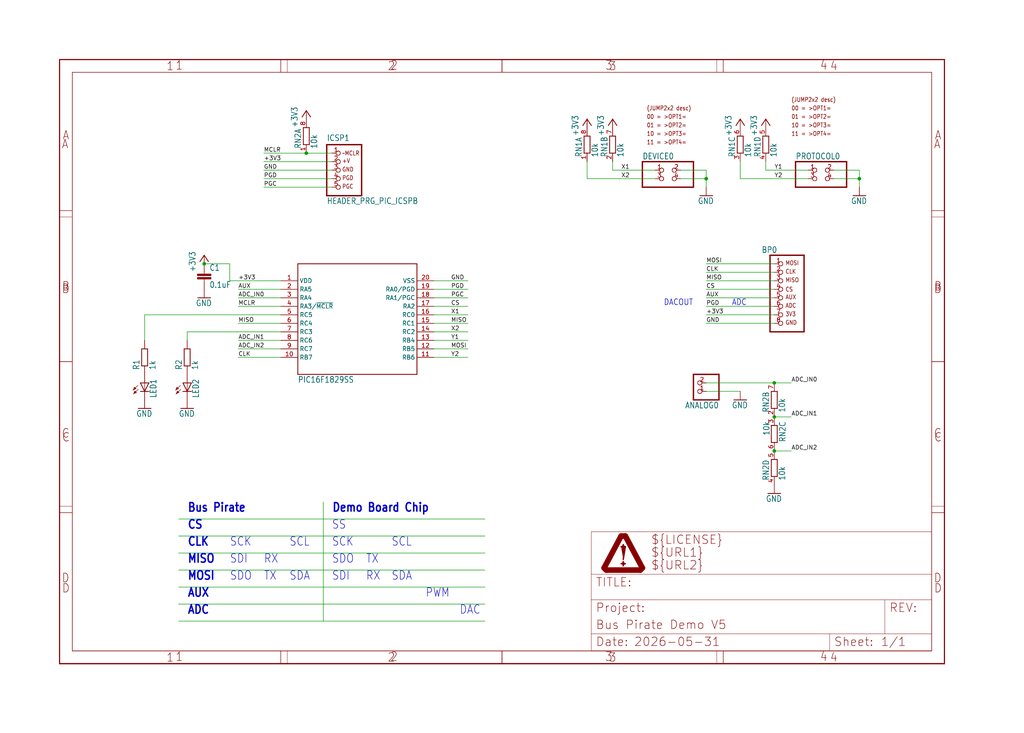
<source format=kicad_sch>
(kicad_sch (version 20230121) (generator eeschema)
  (paper "User" 305.689 218.821)
  (lib_symbols
    (symbol "working-eagle-import:+3V3" (power)
      (property "Value" "+3V3" (at -2.54 -5.08 90))
      (symbol "+3V3_1_0"
        (polyline (pts (xy 0 0) (xy -1.27 -1.905)) (stroke (width 0.254)))
        (polyline (pts (xy 1.27 -1.905) (xy 0 0)) (stroke (width 0.254)))
        (pin power_in line (at 0 -2.54 90) (length 2.54) (name "+3V3") (number "1"))
      )
    )
    (symbol "working-eagle-import:CAPC603"
      (property "Reference" "C" (at 1.524 2.921 0))
      (symbol "CAPC603_1_0"
        (rectangle (start -2.032 0.508) (end 2.032 1.016) (fill (type outline)))
        (rectangle (start -2.032 1.524) (end 2.032 2.032) (fill (type outline)))
        (polyline (pts (xy 0 0) (xy 0 0.508)) (stroke (width 0.1524)))
        (polyline (pts (xy 0 2.54) (xy 0 2.032)) (stroke (width 0.1524)))
        (pin passive line (at 0 5.08 270) (length 2.54) (name "1") (number "1"))
        (pin passive line (at 0 -2.54 90) (length 2.54) (name "2") (number "2"))
      )
    )
    (symbol "working-eagle-import:DINA4_L"
      (symbol "DINA4_L_1_0"
        (polyline (pts (xy 0 0) (xy 67.945 0)) (stroke (width 0.3)))
        (polyline (pts (xy 0 0) (xy 264.16 0)) (stroke (width 0.3)))
        (polyline (pts (xy 0 45.085) (xy 3.81 45.085)))
        (polyline (pts (xy 0 46.99) (xy 0 0)) (stroke (width 0.3)))
        (polyline (pts (xy 0 46.99) (xy 3.81 46.99)) (stroke (width 0.1)))
        (polyline (pts (xy 0 90.17) (xy 0 46.99)) (stroke (width 0.3)))
        (polyline (pts (xy 0 90.17) (xy 3.81 90.17)))
        (polyline (pts (xy 0 90.17) (xy 3.81 90.17)) (stroke (width 0.1)))
        (polyline (pts (xy 0 133.35) (xy 0 90.17)) (stroke (width 0.3)))
        (polyline (pts (xy 0 133.35) (xy 3.81 133.35)) (stroke (width 0.1)))
        (polyline (pts (xy 0 135.255) (xy 3.81 135.255)))
        (polyline (pts (xy 0 180.34) (xy 0 0)) (stroke (width 0.3)))
        (polyline (pts (xy 0 180.34) (xy 0 133.35)) (stroke (width 0.3)))
        (polyline (pts (xy 3.81 3.81) (xy 3.81 176.53)))
        (polyline (pts (xy 3.81 3.81) (xy 67.945 3.81)) (stroke (width 0.1)))
        (polyline (pts (xy 3.81 46.99) (xy 3.81 3.81)) (stroke (width 0.1)))
        (polyline (pts (xy 3.81 90.17) (xy 3.81 46.99)) (stroke (width 0.1)))
        (polyline (pts (xy 3.81 133.35) (xy 3.81 90.17)) (stroke (width 0.1)))
        (polyline (pts (xy 3.81 176.53) (xy 3.81 133.35)) (stroke (width 0.1)))
        (polyline (pts (xy 66.04 0) (xy 66.04 3.81)))
        (polyline (pts (xy 66.04 176.53) (xy 66.04 180.34)))
        (polyline (pts (xy 67.945 0) (xy 67.945 3.81)) (stroke (width 0.1)))
        (polyline (pts (xy 67.945 0) (xy 132.08 0)) (stroke (width 0.3)))
        (polyline (pts (xy 67.945 3.81) (xy 132.08 3.81)) (stroke (width 0.1)))
        (polyline (pts (xy 67.945 176.53) (xy 3.81 176.53)) (stroke (width 0.1)))
        (polyline (pts (xy 67.945 180.34) (xy 0 180.34)) (stroke (width 0.3)))
        (polyline (pts (xy 67.945 180.34) (xy 67.945 176.53)) (stroke (width 0.1)))
        (polyline (pts (xy 132.08 0) (xy 132.08 3.81)))
        (polyline (pts (xy 132.08 0) (xy 132.08 3.81)) (stroke (width 0.1)))
        (polyline (pts (xy 132.08 0) (xy 196.215 0)) (stroke (width 0.3)))
        (polyline (pts (xy 132.08 3.81) (xy 196.215 3.81)) (stroke (width 0.1)))
        (polyline (pts (xy 132.08 176.53) (xy 67.945 176.53)) (stroke (width 0.1)))
        (polyline (pts (xy 132.08 176.53) (xy 132.08 180.34)))
        (polyline (pts (xy 132.08 180.34) (xy 67.945 180.34)) (stroke (width 0.3)))
        (polyline (pts (xy 132.08 180.34) (xy 132.08 176.53)) (stroke (width 0.1)))
        (polyline (pts (xy 196.215 0) (xy 196.215 3.81)) (stroke (width 0.1)))
        (polyline (pts (xy 196.215 0) (xy 264.16 0)) (stroke (width 0.3)))
        (polyline (pts (xy 196.215 3.81) (xy 260.35 3.81)) (stroke (width 0.1)))
        (polyline (pts (xy 196.215 176.53) (xy 132.08 176.53)) (stroke (width 0.1)))
        (polyline (pts (xy 196.215 180.34) (xy 132.08 180.34)) (stroke (width 0.3)))
        (polyline (pts (xy 196.215 180.34) (xy 196.215 176.53)) (stroke (width 0.1)))
        (polyline (pts (xy 198.12 0) (xy 198.12 3.81)))
        (polyline (pts (xy 198.12 176.53) (xy 198.12 180.34)))
        (polyline (pts (xy 260.35 3.81) (xy 3.81 3.81)))
        (polyline (pts (xy 260.35 3.81) (xy 260.35 46.99)) (stroke (width 0.1)))
        (polyline (pts (xy 260.35 3.81) (xy 260.35 176.53)))
        (polyline (pts (xy 260.35 45.085) (xy 264.16 45.085)))
        (polyline (pts (xy 260.35 46.99) (xy 260.35 90.17)) (stroke (width 0.1)))
        (polyline (pts (xy 260.35 90.17) (xy 260.35 133.35)) (stroke (width 0.1)))
        (polyline (pts (xy 260.35 90.17) (xy 264.16 90.17)))
        (polyline (pts (xy 260.35 133.35) (xy 260.35 176.53)) (stroke (width 0.1)))
        (polyline (pts (xy 260.35 135.255) (xy 264.16 135.255)))
        (polyline (pts (xy 260.35 176.53) (xy 3.81 176.53)))
        (polyline (pts (xy 260.35 176.53) (xy 196.215 176.53)) (stroke (width 0.1)))
        (polyline (pts (xy 264.16 0) (xy 264.16 46.99)) (stroke (width 0.3)))
        (polyline (pts (xy 264.16 0) (xy 264.16 180.34)) (stroke (width 0.3)))
        (polyline (pts (xy 264.16 46.99) (xy 260.35 46.99)) (stroke (width 0.1)))
        (polyline (pts (xy 264.16 46.99) (xy 264.16 90.17)) (stroke (width 0.3)))
        (polyline (pts (xy 264.16 90.17) (xy 260.35 90.17)) (stroke (width 0.1)))
        (polyline (pts (xy 264.16 90.17) (xy 264.16 133.35)) (stroke (width 0.3)))
        (polyline (pts (xy 264.16 133.35) (xy 260.35 133.35)) (stroke (width 0.1)))
        (polyline (pts (xy 264.16 133.35) (xy 264.16 180.34)) (stroke (width 0.3)))
        (polyline (pts (xy 264.16 180.34) (xy 0 180.34)) (stroke (width 0.3)))
        (polyline (pts (xy 264.16 180.34) (xy 196.215 180.34)) (stroke (width 0.3)))
        (polyline (pts (xy 0 0) (xy 264.16 0) (xy 264.16 180.34) (xy 0 180.34) (xy 0 0)))
        (text "1" (at 33.02 1.905 0) (effects (font (size 2.54 2.286))))
        (text "1" (at 33.02 178.435 0) (effects (font (size 2.54 2.286))))
        (text "1" (at 34.5725 0.6 0) (effects (font (size 2.61 2.2185)) (justify left bottom)))
        (text "1" (at 34.5725 177.13 0) (effects (font (size 2.61 2.2185)) (justify left bottom)))
        (text "2" (at 98.7075 0.6 0) (effects (font (size 2.61 2.2185)) (justify left bottom)))
        (text "2" (at 98.7075 177.13 0) (effects (font (size 2.61 2.2185)) (justify left bottom)))
        (text "2" (at 99.06 1.905 0) (effects (font (size 2.54 2.286))))
        (text "2" (at 99.06 178.435 0) (effects (font (size 2.54 2.286))))
        (text "3" (at 162.8425 0.6 0) (effects (font (size 2.61 2.2185)) (justify left bottom)))
        (text "3" (at 162.8425 177.13 0) (effects (font (size 2.61 2.2185)) (justify left bottom)))
        (text "3" (at 165.1 1.905 0) (effects (font (size 2.54 2.286))))
        (text "3" (at 165.1 178.435 0) (effects (font (size 2.54 2.286))))
        (text "4" (at 226.9775 0.6 0) (effects (font (size 2.61 2.2185)) (justify left bottom)))
        (text "4" (at 226.9775 177.13 0) (effects (font (size 2.61 2.2185)) (justify left bottom)))
        (text "4" (at 231.14 1.905 0) (effects (font (size 2.54 2.286))))
        (text "4" (at 231.14 178.435 0) (effects (font (size 2.54 2.286))))
        (text "A" (at 0.6 153.635 0) (effects (font (size 2.61 2.2185)) (justify left bottom)))
        (text "A" (at 1.905 157.7975 0) (effects (font (size 2.54 2.286))))
        (text "A" (at 260.95 153.635 0) (effects (font (size 2.61 2.2185)) (justify left bottom)))
        (text "A" (at 262.255 157.7975 0) (effects (font (size 2.54 2.286))))
        (text "B" (at 0.6 110.455 0) (effects (font (size 2.61 2.2185)) (justify left bottom)))
        (text "B" (at 1.905 112.7125 0) (effects (font (size 2.54 2.286))))
        (text "B" (at 260.95 110.455 0) (effects (font (size 2.61 2.2185)) (justify left bottom)))
        (text "B" (at 262.255 112.7125 0) (effects (font (size 2.54 2.286))))
        (text "C" (at 0.6 67.275 0) (effects (font (size 2.61 2.2185)) (justify left bottom)))
        (text "C" (at 1.905 67.6275 0) (effects (font (size 2.54 2.286))))
        (text "C" (at 260.95 67.275 0) (effects (font (size 2.61 2.2185)) (justify left bottom)))
        (text "C" (at 262.255 67.6275 0) (effects (font (size 2.54 2.286))))
        (text "D" (at 0.6 24.095 0) (effects (font (size 2.61 2.2185)) (justify left bottom)))
        (text "D" (at 1.905 22.5425 0) (effects (font (size 2.54 2.286))))
        (text "D" (at 260.95 24.095 0) (effects (font (size 2.61 2.2185)) (justify left bottom)))
        (text "D" (at 262.255 22.5425 0) (effects (font (size 2.54 2.286))))
      )
      (symbol "DINA4_L_2_0"
        (polyline (pts (xy 0 0) (xy 0 5.08)) (stroke (width 0.1016)))
        (polyline (pts (xy 0 0) (xy 71.12 0)) (stroke (width 0.1016)))
        (polyline (pts (xy 0 5.08) (xy 0 15.24)) (stroke (width 0.1016)))
        (polyline (pts (xy 0 5.08) (xy 71.12 5.08)) (stroke (width 0.1016)))
        (polyline (pts (xy 0 15.24) (xy 0 22.86)) (stroke (width 0.1016)))
        (polyline (pts (xy 0 22.86) (xy 0 35.56)) (stroke (width 0.1016)))
        (polyline (pts (xy 0 22.86) (xy 101.6 22.86)) (stroke (width 0.1016)))
        (polyline (pts (xy 3.81 24.765) (xy 8.89 34.29)) (stroke (width 1.6764)))
        (polyline (pts (xy 4.445 24.13) (xy 3.81 24.765)) (stroke (width 1.6764)))
        (polyline (pts (xy 8.89 34.29) (xy 10.16 34.29)) (stroke (width 1.6764)))
        (polyline (pts (xy 10.16 34.29) (xy 15.24 24.765)) (stroke (width 1.6764)))
        (polyline (pts (xy 14.605 24.13) (xy 4.445 24.13)) (stroke (width 1.6764)))
        (polyline (pts (xy 15.24 24.765) (xy 14.605 24.13)) (stroke (width 1.6764)))
        (polyline (pts (xy 71.12 0) (xy 101.6 0)) (stroke (width 0.1016)))
        (polyline (pts (xy 71.12 5.08) (xy 71.12 0)) (stroke (width 0.1016)))
        (polyline (pts (xy 71.12 5.08) (xy 87.63 5.08)) (stroke (width 0.1016)))
        (polyline (pts (xy 87.63 5.08) (xy 101.6 5.08)) (stroke (width 0.1016)))
        (polyline (pts (xy 87.63 15.24) (xy 0 15.24)) (stroke (width 0.1016)))
        (polyline (pts (xy 87.63 15.24) (xy 87.63 5.08)) (stroke (width 0.1016)))
        (polyline (pts (xy 101.6 5.08) (xy 101.6 0)) (stroke (width 0.1016)))
        (polyline (pts (xy 101.6 15.24) (xy 87.63 15.24)) (stroke (width 0.1016)))
        (polyline (pts (xy 101.6 15.24) (xy 101.6 5.08)) (stroke (width 0.1016)))
        (polyline (pts (xy 101.6 22.86) (xy 101.6 15.24)) (stroke (width 0.1016)))
        (polyline (pts (xy 101.6 35.56) (xy 0 35.56)) (stroke (width 0.1016)))
        (polyline (pts (xy 101.6 35.56) (xy 101.6 22.86)) (stroke (width 0.1016)))
        (polyline (pts (xy 8.89 31.115) (xy 10.16 31.115) (xy 9.525 27.305)) (stroke (width 0.4064)) (fill (type outline)))
        (polyline (pts (xy 8.89 31.115) (xy 9.0151 31.1211) (xy 9.2462 31.2169) (xy 9.4231 31.3938) (xy 9.5189 31.6249) (xy 9.525 31.75) (xy 9.5311 31.6249) (xy 9.6269 31.3938) (xy 9.8038 31.2169) (xy 10.0349 31.1211) (xy 10.16 31.115)) (stroke (width 0.4064)) (fill (type outline)))
        (polyline (pts (xy 9.525 25.4) (xy 9.5311 25.5251) (xy 9.6269 25.7562) (xy 9.8038 25.9331) (xy 10.0349 26.0289) (xy 10.16 26.035) (xy 10.0349 26.0411) (xy 9.8038 26.1369) (xy 9.6269 26.3138) (xy 9.5311 26.5449) (xy 9.525 26.67) (xy 9.5189 26.5449) (xy 9.4231 26.3138) (xy 9.2462 26.1369) (xy 9.0151 26.0411) (xy 8.89 26.035)) (stroke (width 0.4064)) (fill (type outline)))
        (text "${#}/${##}" (at 86.36 1.27 0) (effects (font (size 2.54 2.54)) (justify left bottom)))
        (text "${CURRENT_DATE}" (at 12.7 1.27 0) (effects (font (size 2.54 2.54)) (justify left bottom)))
        (text "${LICENSE}" (at 17.78 31.75 0) (effects (font (size 2.54 2.54)) (justify left bottom)))
        (text "${PROJECTNAME}" (at 17.78 19.05 0) (effects (font (size 2.54 2.54)) (justify left bottom)))
        (text "${PROJECT}" (at 1.27 6.35 0) (effects (font (size 2.54 2.54)) (justify left bottom)))
        (text "${URL1}" (at 17.78 27.94 0) (effects (font (size 2.54 2.54)) (justify left bottom)))
        (text "${URL2}" (at 17.78 24.13 0) (effects (font (size 2.54 2.54)) (justify left bottom)))
        (text "Date:" (at 1.27 1.27 0) (effects (font (size 2.54 2.54)) (justify left bottom)))
        (text "Project:" (at 1.27 11.43 0) (effects (font (size 2.54 2.54)) (justify left bottom)))
        (text "REV:" (at 88.9 11.43 0) (effects (font (size 2.54 2.54)) (justify left bottom)))
        (text "Sheet:" (at 72.39 1.27 0) (effects (font (size 2.54 2.54)) (justify left bottom)))
        (text "TITLE:" (at 1.27 19.05 0) (effects (font (size 2.54 2.54)) (justify left bottom)))
      )
    )
    (symbol "working-eagle-import:GND" (power)
      (property "Value" "GND" (at -2.54 -2.54 0))
      (symbol "GND_1_0"
        (polyline (pts (xy -1.905 0) (xy 1.905 0)) (stroke (width 0.254)))
        (pin power_in line (at 0 2.54 270) (length 2.54) (name "GND") (number "1"))
      )
    )
    (symbol "working-eagle-import:HDR-BUSPIRATE"
      (property "Reference" "JP" (at -6.35 13.335 0))
      (symbol "HDR-BUSPIRATE_1_0"
        (polyline (pts (xy -3.81 -10.16) (xy 6.35 -10.16)) (stroke (width 0.4064)))
        (polyline (pts (xy -3.81 12.7) (xy -3.81 -10.16)) (stroke (width 0.4064)))
        (polyline (pts (xy 6.35 -10.16) (xy 6.35 12.7)) (stroke (width 0.4064)))
        (polyline (pts (xy 6.35 12.7) (xy -3.81 12.7)) (stroke (width 0.4064)))
        (text "3V3" (at 0.762 -5.588 0) (effects (font (size 1.27 1.0795)) (justify left bottom)))
        (text "ADC" (at 0.762 -3.048 0) (effects (font (size 1.27 1.0795)) (justify left bottom)))
        (text "AUX" (at 0.762 -0.508 0) (effects (font (size 1.27 1.0795)) (justify left bottom)))
        (text "CLK" (at 0.762 7.112 0) (effects (font (size 1.27 1.0795)) (justify left bottom)))
        (text "CS" (at 0.762 1.778 0) (effects (font (size 1.27 1.0795)) (justify left bottom)))
        (text "GND" (at 0.762 -8.128 0) (effects (font (size 1.27 1.0795)) (justify left bottom)))
        (text "MISO" (at 0.762 4.572 0) (effects (font (size 1.27 1.0795)) (justify left bottom)))
        (text "MOSI" (at 0.762 9.652 0) (effects (font (size 1.27 1.0795)) (justify left bottom)))
        (pin passive inverted (at -2.54 10.16 0) (length 2.54) (name "1") (number "1"))
        (pin passive inverted (at -2.54 7.62 0) (length 2.54) (name "2") (number "2"))
        (pin passive inverted (at -2.54 5.08 0) (length 2.54) (name "3") (number "3"))
        (pin passive inverted (at -2.54 2.54 0) (length 2.54) (name "4") (number "4"))
        (pin passive inverted (at -2.54 0 0) (length 2.54) (name "5") (number "5"))
        (pin passive inverted (at -2.54 -2.54 0) (length 2.54) (name "6") (number "6"))
        (pin passive inverted (at -2.54 -5.08 0) (length 2.54) (name "7") (number "7"))
        (pin passive inverted (at -2.54 -7.62 0) (length 2.54) (name "8") (number "8"))
      )
    )
    (symbol "working-eagle-import:HEADER_PRG_PIC_ICSPB"
      (property "Reference" "ICSP" (at -4.064 8.636 0))
      (symbol "HEADER_PRG_PIC_ICSPB_1_0"
        (polyline (pts (xy -4.064 -7.62) (xy -4.064 7.62)) (stroke (width 0.4064)))
        (polyline (pts (xy -4.064 7.62) (xy 6.35 7.62)) (stroke (width 0.4064)))
        (polyline (pts (xy 6.35 -7.62) (xy -4.064 -7.62)) (stroke (width 0.4064)))
        (polyline (pts (xy 6.35 7.62) (xy 6.35 -7.62)) (stroke (width 0.4064)))
        (text "+V" (at 0.508 2.032 0) (effects (font (size 1.27 1.0795)) (justify left bottom)))
        (text "GND" (at 0.508 -0.508 0) (effects (font (size 1.27 1.0795)) (justify left bottom)))
        (text "PGC" (at 0.508 -5.588 0) (effects (font (size 1.27 1.0795)) (justify left bottom)))
        (text "PGD" (at 0.508 -3.048 0) (effects (font (size 1.27 1.0795)) (justify left bottom)))
        (text "~MCLR" (at 0.508 4.318 0) (effects (font (size 1.27 1.0795)) (justify left bottom)))
        (pin passive inverted (at -2.54 5.08 0) (length 2.54) (name "/MCLR") (number "1"))
        (pin passive inverted (at -2.54 2.54 0) (length 2.54) (name "+V") (number "2"))
        (pin passive inverted (at -2.54 0 0) (length 2.54) (name "GND") (number "3"))
        (pin passive inverted (at -2.54 -2.54 0) (length 2.54) (name "PGD") (number "4"))
        (pin passive inverted (at -2.54 -5.08 0) (length 2.54) (name "PGC") (number "5"))
      )
    )
    (symbol "working-eagle-import:JUMP2X2_DESC"
      (symbol "JUMP2X2_DESC_1_0"
        (text "(JUMP2x2 desc)" (at -7.62 5.08 0) (effects (font (size 1.27 1.0795)) (justify left bottom)))
        (text "00 = >OPT1=" (at -7.62 2.54 0) (effects (font (size 1.27 1.0795)) (justify left bottom)))
        (text "01 = >OPT2=" (at -7.62 0 0) (effects (font (size 1.27 1.0795)) (justify left bottom)))
        (text "10 = >OPT3=" (at -7.62 -2.54 0) (effects (font (size 1.27 1.0795)) (justify left bottom)))
        (text "11 = >OPT4=" (at -7.62 -5.08 0) (effects (font (size 1.27 1.0795)) (justify left bottom)))
      )
    )
    (symbol "working-eagle-import:LED805"
      (property "Reference" "LED" (at 3.556 -4.572 90))
      (symbol "LED805_1_0"
        (polyline (pts (xy -2.032 -0.762) (xy -3.429 -2.159)) (stroke (width 0.1524)))
        (polyline (pts (xy -1.905 -1.905) (xy -3.302 -3.302)) (stroke (width 0.1524)))
        (polyline (pts (xy 0 -2.54) (xy -1.27 -2.54)) (stroke (width 0.254)))
        (polyline (pts (xy 0 -2.54) (xy -1.27 0)) (stroke (width 0.254)))
        (polyline (pts (xy 0 0) (xy -1.27 0)) (stroke (width 0.254)))
        (polyline (pts (xy 0 0) (xy 0 -2.54)) (stroke (width 0.1524)))
        (polyline (pts (xy 1.27 -2.54) (xy 0 -2.54)) (stroke (width 0.254)))
        (polyline (pts (xy 1.27 0) (xy 0 -2.54)) (stroke (width 0.254)))
        (polyline (pts (xy 1.27 0) (xy 0 0)) (stroke (width 0.254)))
        (polyline (pts (xy -3.429 -2.159) (xy -3.048 -1.27) (xy -2.54 -1.778)) (stroke (width 0.1524)) (fill (type outline)))
        (polyline (pts (xy -3.302 -3.302) (xy -2.921 -2.413) (xy -2.413 -2.921)) (stroke (width 0.1524)) (fill (type outline)))
        (pin passive line (at 0 2.54 270) (length 2.54) (name "A") (number "A"))
        (pin passive line (at 0 -5.08 90) (length 2.54) (name "C") (number "C"))
      )
    )
    (symbol "working-eagle-import:PIC16F1829SS"
      (symbol "PIC16F1829SS_1_0"
        (polyline (pts (xy -17.78 -17.78) (xy 17.78 -17.78)) (stroke (width 0.254)))
        (polyline (pts (xy -17.78 15.24) (xy -17.78 -17.78)) (stroke (width 0.254)))
        (polyline (pts (xy 17.78 -17.78) (xy 17.78 15.24)) (stroke (width 0.254)))
        (polyline (pts (xy 17.78 15.24) (xy -17.78 15.24)) (stroke (width 0.254)))
        (pin power_in line (at -22.86 10.16 0) (length 5.08) (name "VDD") (number "1"))
        (pin bidirectional line (at -22.86 -12.7 0) (length 5.08) (name "RB7") (number "10"))
        (pin bidirectional line (at 22.86 -12.7 180) (length 5.08) (name "RB6") (number "11"))
        (pin bidirectional line (at 22.86 -10.16 180) (length 5.08) (name "RB5") (number "12"))
        (pin bidirectional line (at 22.86 -7.62 180) (length 5.08) (name "RB4") (number "13"))
        (pin bidirectional line (at 22.86 -5.08 180) (length 5.08) (name "RC2") (number "14"))
        (pin bidirectional line (at 22.86 -2.54 180) (length 5.08) (name "RC1") (number "15"))
        (pin bidirectional line (at 22.86 0 180) (length 5.08) (name "RC0") (number "16"))
        (pin bidirectional line (at 22.86 2.54 180) (length 5.08) (name "RA2") (number "17"))
        (pin bidirectional line (at 22.86 5.08 180) (length 5.08) (name "RA1/PGC") (number "18"))
        (pin bidirectional line (at 22.86 7.62 180) (length 5.08) (name "RA0/PGD") (number "19"))
        (pin bidirectional line (at -22.86 7.62 0) (length 5.08) (name "RA5") (number "2"))
        (pin power_in line (at 22.86 10.16 180) (length 5.08) (name "VSS") (number "20"))
        (pin bidirectional line (at -22.86 5.08 0) (length 5.08) (name "RA4") (number "3"))
        (pin input line (at -22.86 2.54 0) (length 5.08) (name "RA3/~{MCLR}") (number "4"))
        (pin bidirectional line (at -22.86 0 0) (length 5.08) (name "RC5") (number "5"))
        (pin bidirectional line (at -22.86 -2.54 0) (length 5.08) (name "RC4") (number "6"))
        (pin bidirectional line (at -22.86 -5.08 0) (length 5.08) (name "RC3") (number "7"))
        (pin bidirectional line (at -22.86 -7.62 0) (length 5.08) (name "RC6") (number "8"))
        (pin bidirectional line (at -22.86 -10.16 0) (length 5.08) (name "RC7") (number "9"))
      )
    )
    (symbol "working-eagle-import:PINHD-1X2"
      (property "Reference" "JP" (at -6.35 5.715 0))
      (symbol "PINHD-1X2_1_0"
        (polyline (pts (xy -6.35 -2.54) (xy 1.27 -2.54)) (stroke (width 0.4064)))
        (polyline (pts (xy -6.35 5.08) (xy -6.35 -2.54)) (stroke (width 0.4064)))
        (polyline (pts (xy 1.27 -2.54) (xy 1.27 5.08)) (stroke (width 0.4064)))
        (polyline (pts (xy 1.27 5.08) (xy -6.35 5.08)) (stroke (width 0.4064)))
        (pin passive inverted (at -2.54 2.54 0) (length 2.54) (name "1") (number "1"))
        (pin passive inverted (at -2.54 0 0) (length 2.54) (name "2") (number "2"))
      )
    )
    (symbol "working-eagle-import:PINHD-2X2"
      (property "Reference" "JP" (at -8.89 5.715 0))
      (symbol "PINHD-2X2_1_0"
        (polyline (pts (xy -8.89 -2.54) (xy 6.35 -2.54)) (stroke (width 0.4064)))
        (polyline (pts (xy -8.89 5.08) (xy -8.89 -2.54)) (stroke (width 0.4064)))
        (polyline (pts (xy 6.35 -2.54) (xy 6.35 5.08)) (stroke (width 0.4064)))
        (polyline (pts (xy 6.35 5.08) (xy -8.89 5.08)) (stroke (width 0.4064)))
        (pin passive inverted (at -5.08 2.54 0) (length 2.54) (name "1") (number "1"))
        (pin passive inverted (at 2.54 2.54 180) (length 2.54) (name "2") (number "2"))
        (pin passive inverted (at -5.08 0 0) (length 2.54) (name "3") (number "3"))
        (pin passive inverted (at 2.54 0 180) (length 2.54) (name "4") (number "4"))
      )
    )
    (symbol "working-eagle-import:RESISTORR603"
      (property "Reference" "R" (at -3.81 1.4986 0))
      (symbol "RESISTORR603_1_0"
        (polyline (pts (xy -2.54 -0.889) (xy -2.54 0.889)) (stroke (width 0.254)))
        (polyline (pts (xy -2.54 -0.889) (xy 2.54 -0.889)) (stroke (width 0.254)))
        (polyline (pts (xy 2.54 -0.889) (xy 2.54 0.889)) (stroke (width 0.254)))
        (polyline (pts (xy 2.54 0.889) (xy -2.54 0.889)) (stroke (width 0.254)))
        (pin passive line (at -5.08 0 0) (length 2.54) (name "1") (number "1"))
        (pin passive line (at 5.08 0 180) (length 2.54) (name "2") (number "2"))
      )
    )
    (symbol "working-eagle-import:RNETWORK"
      (property "Reference" "RN" (at -3.81 1.4986 0))
      (symbol "RNETWORK_1_0"
        (polyline (pts (xy -2.54 -0.889) (xy -2.54 0.889)) (stroke (width 0.254)))
        (polyline (pts (xy -2.54 -0.889) (xy 2.54 -0.889)) (stroke (width 0.254)))
        (polyline (pts (xy 2.54 -0.889) (xy 2.54 0.889)) (stroke (width 0.254)))
        (polyline (pts (xy 2.54 0.889) (xy -2.54 0.889)) (stroke (width 0.254)))
        (pin passive line (at -5.08 0 0) (length 2.54) (name "1") (number "1"))
        (pin passive line (at 5.08 0 180) (length 2.54) (name "2") (number "8"))
      )
      (symbol "RNETWORK_2_0"
        (polyline (pts (xy -2.54 -0.889) (xy -2.54 0.889)) (stroke (width 0.254)))
        (polyline (pts (xy -2.54 -0.889) (xy 2.54 -0.889)) (stroke (width 0.254)))
        (polyline (pts (xy 2.54 -0.889) (xy 2.54 0.889)) (stroke (width 0.254)))
        (polyline (pts (xy 2.54 0.889) (xy -2.54 0.889)) (stroke (width 0.254)))
        (pin passive line (at -5.08 0 0) (length 2.54) (name "1") (number "2"))
        (pin passive line (at 5.08 0 180) (length 2.54) (name "2") (number "7"))
      )
      (symbol "RNETWORK_3_0"
        (polyline (pts (xy -2.54 -0.889) (xy -2.54 0.889)) (stroke (width 0.254)))
        (polyline (pts (xy -2.54 -0.889) (xy 2.54 -0.889)) (stroke (width 0.254)))
        (polyline (pts (xy 2.54 -0.889) (xy 2.54 0.889)) (stroke (width 0.254)))
        (polyline (pts (xy 2.54 0.889) (xy -2.54 0.889)) (stroke (width 0.254)))
        (pin passive line (at -5.08 0 0) (length 2.54) (name "1") (number "3"))
        (pin passive line (at 5.08 0 180) (length 2.54) (name "2") (number "6"))
      )
      (symbol "RNETWORK_4_0"
        (polyline (pts (xy -2.54 -0.889) (xy -2.54 0.889)) (stroke (width 0.254)))
        (polyline (pts (xy -2.54 -0.889) (xy 2.54 -0.889)) (stroke (width 0.254)))
        (polyline (pts (xy 2.54 -0.889) (xy 2.54 0.889)) (stroke (width 0.254)))
        (polyline (pts (xy 2.54 0.889) (xy -2.54 0.889)) (stroke (width 0.254)))
        (pin passive line (at -5.08 0 0) (length 2.54) (name "1") (number "4"))
        (pin passive line (at 5.08 0 180) (length 2.54) (name "2") (number "5"))
      )
    )
  )
  (junction (at 256.54 53.34))
  (junction (at 231.14 124.46))
  (junction (at 231.14 134.62))
  (junction (at 91.44 45.72))
  (junction (at 210.82 53.34))
  (junction (at 60.96 78.74))
  (junction (at 231.14 114.3))
  (wire (pts (xy 210.82 114.3) (xy 231.14 114.3)) (stroke (width 0.1524)))
  (wire (pts (xy 83.82 104.14) (xy 71.12 104.14)) (stroke (width 0.1524)))
  (wire (pts (xy 231.14 81.28) (xy 210.82 81.28)) (stroke (width 0.1524)))
  (wire (pts (xy 210.82 83.82) (xy 231.14 83.82)) (stroke (width 0.1524)))
  (wire (pts (xy 210.82 53.34) (xy 210.82 55.88)) (stroke (width 0.1524)))
  (wire (pts (xy 175.26 53.34) (xy 175.26 48.26)) (stroke (width 0.1524)))
  (wire (pts (xy 91.44 45.72) (xy 78.74 45.72)) (stroke (width 0.1524)))
  (wire (pts (xy 53.34 185.42) (xy 96.52 185.42)) (stroke (width 0.1524)))
  (wire (pts (xy 182.88 50.8) (xy 182.88 48.26)) (stroke (width 0.1524)))
  (wire (pts (xy 99.06 50.8) (xy 78.74 50.8)) (stroke (width 0.1524)))
  (wire (pts (xy 195.58 50.8) (xy 182.88 50.8)) (stroke (width 0.1524)))
  (wire (pts (xy 195.58 53.34) (xy 175.26 53.34)) (stroke (width 0.1524)))
  (wire (pts (xy 96.52 149.86) (xy 96.52 180.34)) (stroke (width 0.1524)))
  (wire (pts (xy 231.14 134.62) (xy 236.22 134.62)) (stroke (width 0.1524)))
  (wire (pts (xy 203.2 50.8) (xy 210.82 50.8)) (stroke (width 0.1524)))
  (wire (pts (xy 83.82 96.52) (xy 71.12 96.52)) (stroke (width 0.1524)))
  (wire (pts (xy 129.54 83.82) (xy 139.7 83.82)) (stroke (width 0.1524)))
  (wire (pts (xy 129.54 91.44) (xy 139.7 91.44)) (stroke (width 0.1524)))
  (wire (pts (xy 231.14 78.74) (xy 210.82 78.74)) (stroke (width 0.1524)))
  (wire (pts (xy 99.06 53.34) (xy 78.74 53.34)) (stroke (width 0.1524)))
  (wire (pts (xy 203.2 53.34) (xy 210.82 53.34)) (stroke (width 0.1524)))
  (wire (pts (xy 53.34 170.18) (xy 144.78 170.18)) (stroke (width 0.1524)))
  (wire (pts (xy 241.3 53.34) (xy 220.98 53.34)) (stroke (width 0.1524)))
  (wire (pts (xy 129.54 104.14) (xy 139.7 104.14)) (stroke (width 0.1524)))
  (wire (pts (xy 96.52 180.34) (xy 96.52 185.42)) (stroke (width 0.1524)))
  (wire (pts (xy 83.82 91.44) (xy 71.12 91.44)) (stroke (width 0.1524)))
  (wire (pts (xy 256.54 50.8) (xy 256.54 53.34)) (stroke (width 0.1524)))
  (wire (pts (xy 210.82 96.52) (xy 231.14 96.52)) (stroke (width 0.1524)))
  (wire (pts (xy 68.58 78.74) (xy 60.96 78.74)) (stroke (width 0.1524)))
  (wire (pts (xy 83.82 88.9) (xy 71.12 88.9)) (stroke (width 0.1524)))
  (wire (pts (xy 55.88 99.06) (xy 55.88 101.6)) (stroke (width 0.1524)))
  (wire (pts (xy 99.06 48.26) (xy 78.74 48.26)) (stroke (width 0.1524)))
  (wire (pts (xy 210.82 88.9) (xy 231.14 88.9)) (stroke (width 0.1524)))
  (wire (pts (xy 43.18 93.98) (xy 43.18 101.6)) (stroke (width 0.1524)))
  (wire (pts (xy 129.54 86.36) (xy 139.7 86.36)) (stroke (width 0.1524)))
  (wire (pts (xy 83.82 93.98) (xy 43.18 93.98)) (stroke (width 0.1524)))
  (wire (pts (xy 210.82 93.98) (xy 231.14 93.98)) (stroke (width 0.1524)))
  (wire (pts (xy 99.06 55.88) (xy 78.74 55.88)) (stroke (width 0.1524)))
  (wire (pts (xy 83.82 86.36) (xy 71.12 86.36)) (stroke (width 0.1524)))
  (wire (pts (xy 83.82 83.82) (xy 68.58 83.82)) (stroke (width 0.1524)))
  (wire (pts (xy 83.82 99.06) (xy 55.88 99.06)) (stroke (width 0.1524)))
  (wire (pts (xy 228.6 50.8) (xy 228.6 48.26)) (stroke (width 0.1524)))
  (wire (pts (xy 210.82 50.8) (xy 210.82 53.34)) (stroke (width 0.1524)))
  (wire (pts (xy 83.82 101.6) (xy 71.12 101.6)) (stroke (width 0.1524)))
  (wire (pts (xy 68.58 83.82) (xy 68.58 78.74)) (stroke (width 0.1524)))
  (wire (pts (xy 220.98 48.26) (xy 220.98 53.34)) (stroke (width 0.1524)))
  (wire (pts (xy 129.54 88.9) (xy 139.7 88.9)) (stroke (width 0.1524)))
  (wire (pts (xy 248.92 53.34) (xy 256.54 53.34)) (stroke (width 0.1524)))
  (wire (pts (xy 96.52 180.34) (xy 144.78 180.34)) (stroke (width 0.1524)))
  (wire (pts (xy 129.54 106.68) (xy 139.7 106.68)) (stroke (width 0.1524)))
  (wire (pts (xy 53.34 154.94) (xy 144.78 154.94)) (stroke (width 0.1524)))
  (wire (pts (xy 96.52 185.42) (xy 144.78 185.42)) (stroke (width 0.1524)))
  (wire (pts (xy 129.54 93.98) (xy 139.7 93.98)) (stroke (width 0.1524)))
  (wire (pts (xy 53.34 165.1) (xy 144.78 165.1)) (stroke (width 0.1524)))
  (wire (pts (xy 256.54 53.34) (xy 256.54 55.88)) (stroke (width 0.1524)))
  (wire (pts (xy 241.3 50.8) (xy 228.6 50.8)) (stroke (width 0.1524)))
  (wire (pts (xy 53.34 160.02) (xy 144.78 160.02)) (stroke (width 0.1524)))
  (wire (pts (xy 99.06 45.72) (xy 91.44 45.72)) (stroke (width 0.1524)))
  (wire (pts (xy 210.82 86.36) (xy 231.14 86.36)) (stroke (width 0.1524)))
  (wire (pts (xy 231.14 124.46) (xy 236.22 124.46)) (stroke (width 0.1524)))
  (wire (pts (xy 83.82 106.68) (xy 71.12 106.68)) (stroke (width 0.1524)))
  (wire (pts (xy 231.14 114.3) (xy 236.22 114.3)) (stroke (width 0.1524)))
  (wire (pts (xy 248.92 50.8) (xy 256.54 50.8)) (stroke (width 0.1524)))
  (wire (pts (xy 53.34 180.34) (xy 96.52 180.34)) (stroke (width 0.1524)))
  (wire (pts (xy 53.34 175.26) (xy 144.78 175.26)) (stroke (width 0.1524)))
  (wire (pts (xy 129.54 101.6) (xy 139.7 101.6)) (stroke (width 0.1524)))
  (wire (pts (xy 210.82 91.44) (xy 231.14 91.44)) (stroke (width 0.1524)))
  (wire (pts (xy 129.54 99.06) (xy 139.7 99.06)) (stroke (width 0.1524)))
  (wire (pts (xy 220.98 116.84) (xy 210.82 116.84)) (stroke (width 0.1524)))
  (wire (pts (xy 129.54 96.52) (xy 139.7 96.52)) (stroke (width 0.1524)))
  (text "SDI" (at 99.06 173.482 0) (effects (font (size 2.54 2.159)) (justify left bottom)))
  (text "CLK" (at 55.88 163.322 0) (effects (font (size 2.54 2.159) (thickness 0.4318) bold) (justify left bottom)))
  (text "SCL" (at 86.36 163.322 0) (effects (font (size 2.54 2.159)) (justify left bottom)))
  (text "SDA" (at 86.36 173.482 0) (effects (font (size 2.54 2.159)) (justify left bottom)))
  (text "DACOUT" (at 198.12 91.44 0) (effects (font (size 1.778 1.5113)) (justify left bottom)))
  (text "AUX" (at 55.88 178.562 0) (effects (font (size 2.54 2.159) (thickness 0.4318) bold) (justify left bottom)))
  (text "Bus Pirate" (at 55.88 153.162 0) (effects (font (size 2.54 2.159) (thickness 0.4318) bold) (justify left bottom)))
  (text "SDA" (at 116.84 173.482 0) (effects (font (size 2.54 2.159)) (justify left bottom)))
  (text "SDO" (at 68.58 173.482 0) (effects (font (size 2.54 2.159)) (justify left bottom)))
  (text "ADC" (at 55.88 183.642 0) (effects (font (size 2.54 2.159) (thickness 0.4318) bold) (justify left bottom)))
  (text "SDI" (at 68.58 168.402 0) (effects (font (size 2.54 2.159)) (justify left bottom)))
  (text "RX" (at 78.74 168.402 0) (effects (font (size 2.54 2.159)) (justify left bottom)))
  (text "SDO" (at 99.06 168.402 0) (effects (font (size 2.54 2.159)) (justify left bottom)))
  (text "RX" (at 109.22 173.482 0) (effects (font (size 2.54 2.159)) (justify left bottom)))
  (text "DAC" (at 137.16 183.642 0) (effects (font (size 2.54 2.159)) (justify left bottom)))
  (text "SCK" (at 68.58 163.322 0) (effects (font (size 2.54 2.159)) (justify left bottom)))
  (text "SCL" (at 116.84 163.322 0) (effects (font (size 2.54 2.159)) (justify left bottom)))
  (text "SCK" (at 99.06 163.322 0) (effects (font (size 2.54 2.159)) (justify left bottom)))
  (text "TX" (at 78.74 173.482 0) (effects (font (size 2.54 2.159)) (justify left bottom)))
  (text "TX" (at 109.22 168.402 0) (effects (font (size 2.54 2.159)) (justify left bottom)))
  (text "PWM" (at 127 178.562 0) (effects (font (size 2.54 2.159)) (justify left bottom)))
  (text "CS" (at 55.88 158.242 0) (effects (font (size 2.54 2.159) (thickness 0.4318) bold) (justify left bottom)))
  (text "MOSI" (at 55.88 173.482 0) (effects (font (size 2.54 2.159) (thickness 0.4318) bold) (justify left bottom)))
  (text "MISO" (at 55.88 168.402 0) (effects (font (size 2.54 2.159) (thickness 0.4318) bold) (justify left bottom)))
  (text "ADC" (at 218.44 91.44 0) (effects (font (size 1.778 1.5113)) (justify left bottom)))
  (text "SS" (at 99.06 158.242 0) (effects (font (size 2.54 2.159)) (justify left bottom)))
  (text "Demo Board Chip" (at 99.06 153.162 0) (effects (font (size 2.54 2.159) (thickness 0.4318) bold) (justify left bottom)))
  (label "CS" (at 134.62 91.44 0) (effects (font (size 1.2446 1.2446))))
  (label "CLK" (at 71.12 106.68 0) (effects (font (size 1.2446 1.2446))))
  (label "X2" (at 185.42 53.34 0) (effects (font (size 1.2446 1.2446))))
  (label "+3V3" (at 78.74 48.26 0) (effects (font (size 1.2446 1.2446))))
  (label "MISO" (at 134.62 96.52 0) (effects (font (size 1.2446 1.2446))))
  (label "GND" (at 134.62 83.82 0) (effects (font (size 1.2446 1.2446))))
  (label "MCLR" (at 71.12 91.44 0) (effects (font (size 1.2446 1.2446))))
  (label "PGC" (at 134.62 88.9 0) (effects (font (size 1.2446 1.2446))))
  (label "ADC_IN0" (at 71.12 88.9 0) (effects (font (size 1.2446 1.2446))))
  (label "X2" (at 134.62 99.06 0) (effects (font (size 1.2446 1.2446))))
  (label "Y1" (at 231.14 50.8 0) (effects (font (size 1.2446 1.2446))))
  (label "PGD" (at 78.74 53.34 0) (effects (font (size 1.2446 1.2446))))
  (label "MCLR" (at 78.74 45.72 0) (effects (font (size 1.2446 1.2446))))
  (label "GND" (at 210.82 96.52 0) (effects (font (size 1.2446 1.2446))))
  (label "PGD" (at 210.82 91.44 0) (effects (font (size 1.2446 1.2446))))
  (label "Y2" (at 134.62 106.68 0) (effects (font (size 1.2446 1.2446))))
  (label "CLK" (at 210.82 81.28 0) (effects (font (size 1.2446 1.2446))))
  (label "ADC_IN1" (at 71.12 101.6 0) (effects (font (size 1.2446 1.2446))))
  (label "X1" (at 185.42 50.8 0) (effects (font (size 1.2446 1.2446))))
  (label "CS" (at 210.82 86.36 0) (effects (font (size 1.2446 1.2446))))
  (label "MISO" (at 210.82 83.82 0) (effects (font (size 1.2446 1.2446))))
  (label "+3V3" (at 210.82 93.98 0) (effects (font (size 1.2446 1.2446))))
  (label "ADC_IN2" (at 71.12 104.14 0) (effects (font (size 1.2446 1.2446))))
  (label "AUX" (at 71.12 86.36 0) (effects (font (size 1.2446 1.2446))))
  (label "PGD" (at 134.62 86.36 0) (effects (font (size 1.2446 1.2446))))
  (label "Y1" (at 134.62 101.6 0) (effects (font (size 1.2446 1.2446))))
  (label "PGC" (at 78.74 55.88 0) (effects (font (size 1.2446 1.2446))))
  (label "Y2" (at 231.14 53.34 0) (effects (font (size 1.2446 1.2446))))
  (label "MOSI" (at 210.82 78.74 0) (effects (font (size 1.2446 1.2446))))
  (label "MOSI" (at 134.62 104.14 0) (effects (font (size 1.2446 1.2446))))
  (label "+3V3" (at 71.12 83.82 0) (effects (font (size 1.2446 1.2446))))
  (label "X1" (at 134.62 93.98 0) (effects (font (size 1.2446 1.2446))))
  (label "ADC_IN2" (at 236.22 134.62 0) (effects (font (size 1.2446 1.2446))))
  (label "GND" (at 78.74 50.8 0) (effects (font (size 1.2446 1.2446))))
  (label "AUX" (at 210.82 88.9 0) (effects (font (size 1.2446 1.2446))))
  (label "MISO" (at 71.12 96.52 0) (effects (font (size 1.2446 1.2446))))
  (label "ADC_IN0" (at 236.22 114.3 0) (effects (font (size 1.2446 1.2446))))
  (label "ADC_IN1" (at 236.22 124.46 0) (effects (font (size 1.2446 1.2446))))
  (symbol (lib_id "working-eagle-import:RESISTORR603") (at 55.88 106.68 90) (unit 1)
    (property "Reference" "R2" (at 54.3814 110.49 0) (effects (font (size 1.778 1.5113)) (justify left bottom)))
    (property "Value" "1k" (at 59.182 110.49 0) (effects (font (size 1.778 1.5113)) (justify left bottom)))
    (property "Footprint" "working:R603" (effects hide))
  )
  (symbol (lib_id "working-eagle-import:+3V3") (at 228.6 35.56 0) (unit 1)
    (property "Reference" "#+3V3" (effects hide))
    (property "Value" "+3V3" (at 226.06 40.64 90) (effects (font (size 1.778 1.5113)) (justify left bottom)))
  )
  (symbol (lib_id "working-eagle-import:PINHD-2X2") (at 200.66 53.34 0) (unit 1)
    (property "Reference" "DEVICE0" (at 191.77 47.625 0) (effects (font (size 1.778 1.5113)) (justify left bottom)))
    (property "Value" "PINHD-2X2" (effects hide))
    (property "Footprint" "working:2X02" (effects hide))
  )
  (symbol (lib_id "working-eagle-import:+3V3") (at 220.98 35.56 0) (unit 1)
    (property "Reference" "#+3V4" (effects hide))
    (property "Value" "+3V3" (at 218.44 40.64 90) (effects (font (size 1.778 1.5113)) (justify left bottom)))
  )
  (symbol (lib_id "working-eagle-import:JUMP2X2_DESC") (at 200.66 38.1 0) (unit 1)
    (property "Reference" "U$10" (effects hide))
    (property "Value" "JUMP2X2_DESC" (effects hide))
    (property "Footprint" "working:JUMP2X2_DESC" (effects hide))
    (property "OPT1" "ADC" (effects hide))
    (property "OPT2" "DAC" (effects hide))
    (property "OPT3" "MEM" (effects hide))
    (property "OPT4" "PWM" (effects hide))
  )
  (symbol (lib_id "working-eagle-import:RNETWORK") (at 231.14 129.54 270) (unit 3)
    (property "Reference" "RN2" (at 232.6386 125.73 0) (effects (font (size 1.778 1.5113)) (justify left bottom)))
    (property "Value" "10k" (at 227.838 125.73 0) (effects (font (size 1.778 1.5113)) (justify left bottom)))
    (property "Footprint" "working:RN8P-4R-CRA06S" (effects hide))
  )
  (symbol (lib_id "working-eagle-import:RESISTORR603") (at 43.18 106.68 90) (unit 1)
    (property "Reference" "R1" (at 41.6814 110.49 0) (effects (font (size 1.778 1.5113)) (justify left bottom)))
    (property "Value" "1k" (at 46.482 110.49 0) (effects (font (size 1.778 1.5113)) (justify left bottom)))
    (property "Footprint" "working:R603" (effects hide))
  )
  (symbol (lib_id "working-eagle-import:RNETWORK") (at 91.44 40.64 90) (unit 1)
    (property "Reference" "RN2" (at 89.9414 44.45 0) (effects (font (size 1.778 1.5113)) (justify left bottom)))
    (property "Value" "10k" (at 94.742 44.45 0) (effects (font (size 1.778 1.5113)) (justify left bottom)))
    (property "Footprint" "working:RN8P-4R-CRA06S" (effects hide))
  )
  (symbol (lib_id "working-eagle-import:GND") (at 231.14 147.32 0) (unit 1)
    (property "Reference" "#GND2" (effects hide))
    (property "Value" "GND" (at 228.6 149.86 0) (effects (font (size 1.778 1.5113)) (justify left bottom)))
  )
  (symbol (lib_id "working-eagle-import:LED805") (at 43.18 114.3 0) (unit 1)
    (property "Reference" "LED1" (at 46.736 118.872 90) (effects (font (size 1.778 1.5113)) (justify left bottom)))
    (property "Value" "LED805" (effects hide))
    (property "Footprint" "working:LED-805" (effects hide))
  )
  (symbol (lib_id "working-eagle-import:CAPC603") (at 60.96 83.82 0) (unit 1)
    (property "Reference" "C1" (at 62.484 80.899 0) (effects (font (size 1.778 1.5113)) (justify left bottom)))
    (property "Value" "0.1uF" (at 62.484 85.979 0) (effects (font (size 1.778 1.5113)) (justify left bottom)))
    (property "Footprint" "working:C603" (effects hide))
  )
  (symbol (lib_id "working-eagle-import:+3V3") (at 91.44 33.02 0) (unit 1)
    (property "Reference" "#+3V2" (effects hide))
    (property "Value" "+3V3" (at 88.9 38.1 90) (effects (font (size 1.778 1.5113)) (justify left bottom)))
  )
  (symbol (lib_id "working-eagle-import:DINA4_L") (at 176.53 194.31 0) (unit 2)
    (property "Reference" "U$1" (effects hide))
    (property "Value" "DINA4_L" (effects hide))
    (property "Footprint" "working:DP_LOGO" (effects hide))
    (property "PROJECT" "Bus Pirate Demo V5" (effects hide))
  )
  (symbol (lib_id "working-eagle-import:RNETWORK") (at 175.26 43.18 90) (unit 1)
    (property "Reference" "RN1" (at 173.7614 46.99 0) (effects (font (size 1.778 1.5113)) (justify left bottom)))
    (property "Value" "10k" (at 178.562 46.99 0) (effects (font (size 1.778 1.5113)) (justify left bottom)))
    (property "Footprint" "working:RN8P-4R-CRA06S" (effects hide))
  )
  (symbol (lib_id "working-eagle-import:RNETWORK") (at 220.98 43.18 90) (unit 3)
    (property "Reference" "RN1" (at 219.4814 46.99 0) (effects (font (size 1.778 1.5113)) (justify left bottom)))
    (property "Value" "10k" (at 224.282 46.99 0) (effects (font (size 1.778 1.5113)) (justify left bottom)))
    (property "Footprint" "working:RN8P-4R-CRA06S" (effects hide))
  )
  (symbol (lib_id "working-eagle-import:HDR-BUSPIRATE") (at 233.68 88.9 0) (unit 1)
    (property "Reference" "BP0" (at 227.33 75.565 0) (effects (font (size 1.778 1.5113)) (justify left bottom)))
    (property "Value" "HDR-BUSPIRATE" (effects hide))
    (property "Footprint" "working:HDR-BUSPIRATE" (effects hide))
  )
  (symbol (lib_id "working-eagle-import:GND") (at 256.54 58.42 0) (unit 1)
    (property "Reference" "#GND7" (effects hide))
    (property "Value" "GND" (at 254 60.96 0) (effects (font (size 1.778 1.5113)) (justify left bottom)))
  )
  (symbol (lib_id "working-eagle-import:PINHD-2X2") (at 246.38 53.34 0) (unit 1)
    (property "Reference" "PROTOCOL0" (at 237.49 47.625 0) (effects (font (size 1.778 1.5113)) (justify left bottom)))
    (property "Value" "PINHD-2X2" (effects hide))
    (property "Footprint" "working:2X02" (effects hide))
  )
  (symbol (lib_id "working-eagle-import:PIC16F1829SS") (at 106.68 93.98 0) (unit 1)
    (property "Reference" "U1" (effects hide))
    (property "Value" "PIC16F1829SS" (at 88.9 114.3 0) (effects (font (size 1.778 1.5113)) (justify left bottom)))
    (property "Footprint" "working:SSOP20" (effects hide))
  )
  (symbol (lib_id "working-eagle-import:LED805") (at 55.88 114.3 0) (unit 1)
    (property "Reference" "LED2" (at 59.436 118.872 90) (effects (font (size 1.778 1.5113)) (justify left bottom)))
    (property "Value" "LED805" (effects hide))
    (property "Footprint" "working:LED-805" (effects hide))
  )
  (symbol (lib_id "working-eagle-import:HEADER_PRG_PIC_ICSPB") (at 101.6 50.8 0) (unit 1)
    (property "Reference" "ICSP1" (at 97.536 42.164 0) (effects (font (size 1.778 1.5113)) (justify left bottom)))
    (property "Value" "HEADER_PRG_PIC_ICSPB" (at 97.536 60.96 0) (effects (font (size 1.778 1.5113)) (justify left bottom)))
    (property "Footprint" "working:HEADER_PRG_1X05_ICSP_B" (effects hide))
  )
  (symbol (lib_id "working-eagle-import:GND") (at 55.88 121.92 0) (unit 1)
    (property "Reference" "#GND5" (effects hide))
    (property "Value" "GND" (at 53.34 124.46 0) (effects (font (size 1.778 1.5113)) (justify left bottom)))
  )
  (symbol (lib_id "working-eagle-import:GND") (at 220.98 119.38 0) (unit 1)
    (property "Reference" "#GND3" (effects hide))
    (property "Value" "GND" (at 218.44 121.92 0) (effects (font (size 1.778 1.5113)) (justify left bottom)))
  )
  (symbol (lib_id "working-eagle-import:JUMP2X2_DESC") (at 243.84 35.56 0) (unit 1)
    (property "Reference" "U$9" (effects hide))
    (property "Value" "JUMP2X2_DESC" (effects hide))
    (property "Footprint" "working:JUMP2X2_DESC" (effects hide))
    (property "OPT1" "SPI" (effects hide))
    (property "OPT2" "I2C" (effects hide))
    (property "OPT3" "UART" (effects hide))
    (property "OPT4" "____" (effects hide))
  )
  (symbol (lib_id "working-eagle-import:+3V3") (at 182.88 35.56 0) (unit 1)
    (property "Reference" "#+3V5" (effects hide))
    (property "Value" "+3V3" (at 180.34 40.64 90) (effects (font (size 1.778 1.5113)) (justify left bottom)))
  )
  (symbol (lib_id "working-eagle-import:GND") (at 60.96 88.9 0) (unit 1)
    (property "Reference" "#GND1" (effects hide))
    (property "Value" "GND" (at 58.42 91.44 0) (effects (font (size 1.778 1.5113)) (justify left bottom)))
  )
  (symbol (lib_id "working-eagle-import:PINHD-1X2") (at 208.28 114.3 180) (unit 1)
    (property "Reference" "ANALOG0" (at 214.63 120.015 0) (effects (font (size 1.778 1.5113)) (justify left bottom)))
    (property "Value" "PINHD-1X2" (effects hide))
    (property "Footprint" "working:1X02" (effects hide))
  )
  (symbol (lib_id "working-eagle-import:+3V3") (at 60.96 76.2 0) (unit 1)
    (property "Reference" "#+3V1" (effects hide))
    (property "Value" "+3V3" (at 58.42 81.28 90) (effects (font (size 1.778 1.5113)) (justify left bottom)))
  )
  (symbol (lib_id "working-eagle-import:RNETWORK") (at 228.6 43.18 90) (unit 4)
    (property "Reference" "RN1" (at 227.1014 46.99 0) (effects (font (size 1.778 1.5113)) (justify left bottom)))
    (property "Value" "10k" (at 231.902 46.99 0) (effects (font (size 1.778 1.5113)) (justify left bottom)))
    (property "Footprint" "working:RN8P-4R-CRA06S" (effects hide))
  )
  (symbol (lib_id "working-eagle-import:GND") (at 210.82 58.42 0) (unit 1)
    (property "Reference" "#GND6" (effects hide))
    (property "Value" "GND" (at 208.28 60.96 0) (effects (font (size 1.778 1.5113)) (justify left bottom)))
  )
  (symbol (lib_id "working-eagle-import:RNETWORK") (at 231.14 119.38 90) (unit 2)
    (property "Reference" "RN2" (at 229.6414 123.19 0) (effects (font (size 1.778 1.5113)) (justify left bottom)))
    (property "Value" "10k" (at 234.442 123.19 0) (effects (font (size 1.778 1.5113)) (justify left bottom)))
    (property "Footprint" "working:RN8P-4R-CRA06S" (effects hide))
  )
  (symbol (lib_id "working-eagle-import:RNETWORK") (at 182.88 43.18 90) (unit 2)
    (property "Reference" "RN1" (at 181.3814 46.99 0) (effects (font (size 1.778 1.5113)) (justify left bottom)))
    (property "Value" "10k" (at 186.182 46.99 0) (effects (font (size 1.778 1.5113)) (justify left bottom)))
    (property "Footprint" "working:RN8P-4R-CRA06S" (effects hide))
  )
  (symbol (lib_id "working-eagle-import:+3V3") (at 175.26 35.56 0) (unit 1)
    (property "Reference" "#+3V6" (effects hide))
    (property "Value" "+3V3" (at 172.72 40.64 90) (effects (font (size 1.778 1.5113)) (justify left bottom)))
  )
  (symbol (lib_id "working-eagle-import:DINA4_L") (at 17.78 198.12 0) (unit 1)
    (property "Reference" "U$1" (effects hide))
    (property "Value" "DINA4_L" (effects hide))
    (property "Footprint" "working:DP_LOGO" (effects hide))
    (property "PROJECT" "Bus Pirate Demo V5" (effects hide))
  )
  (symbol (lib_id "working-eagle-import:GND") (at 43.18 121.92 0) (unit 1)
    (property "Reference" "#GND4" (effects hide))
    (property "Value" "GND" (at 40.64 124.46 0) (effects (font (size 1.778 1.5113)) (justify left bottom)))
  )
  (symbol (lib_id "working-eagle-import:RNETWORK") (at 231.14 139.7 90) (unit 4)
    (property "Reference" "RN2" (at 229.6414 143.51 0) (effects (font (size 1.778 1.5113)) (justify left bottom)))
    (property "Value" "10k" (at 234.442 143.51 0) (effects (font (size 1.778 1.5113)) (justify left bottom)))
    (property "Footprint" "working:RN8P-4R-CRA06S" (effects hide))
  )
)
</source>
